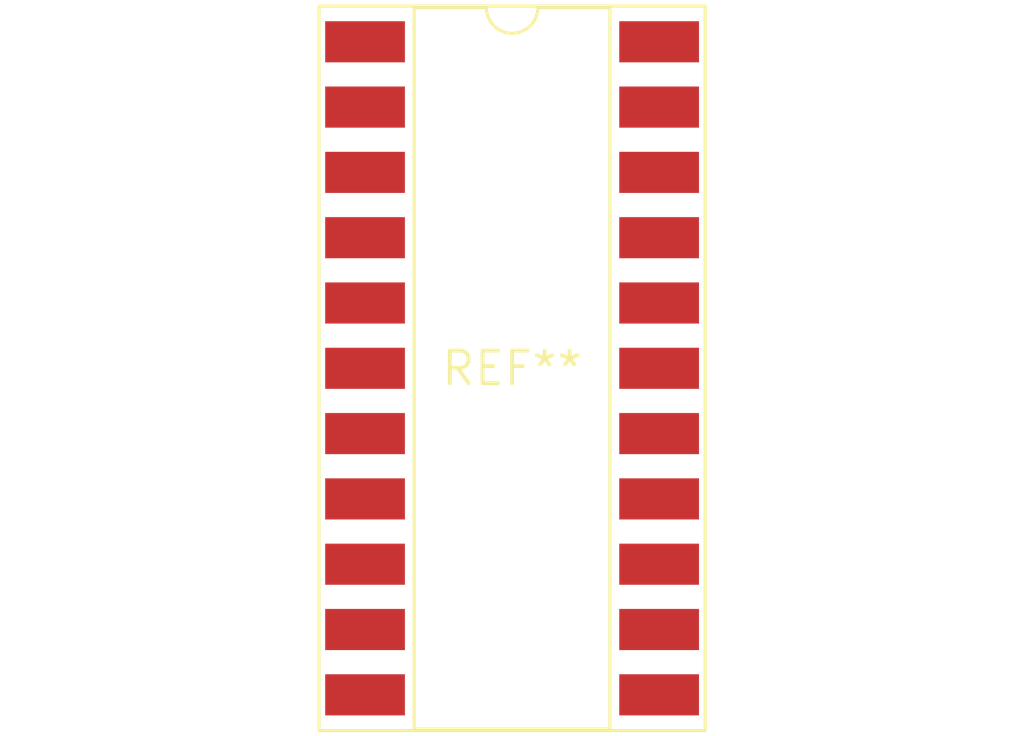
<source format=kicad_pcb>
(kicad_pcb (version 20240108) (generator pcbnew)
  (layers (0 "F.Cu" signal) (31 "B.Cu" signal) (34 "B.Paste" user) (35 "F.Paste" user) (36 "B.SilkS" user "B.Silkscreen") (37 "F.SilkS" user "F.Silkscreen") (38 "B.Mask" user) (39 "F.Mask" user) (44 "Edge.Cuts" user))
  (net 0 "")
  (footprint "DIP-22_W11.43mm_SMDSocket_LongPads" (layer "F.Cu") (at 0 0)
    (property "Reference" "REF**")
    (property "Value" "DIP-22_W11.43mm_SMDSocket_LongPads")
    (fp_line (start -7.505 -14.09) (end -7.505 14.09) (layer "F.SilkS") (stroke (width 0.12)))
    (fp_line (start -7.505 14.09) (end 7.505 14.09) (layer "F.SilkS") (stroke (width 0.12)))
    (fp_line (start -3.805 -14.03) (end -3.805 14.03) (layer "F.SilkS") (stroke (width 0.12)))
    (fp_line (start -3.805 14.03) (end 3.805 14.03) (layer "F.SilkS") (stroke (width 0.12)))
    (fp_line (start -1 -14.03) (end -3.805 -14.03) (layer "F.SilkS") (stroke (width 0.12)))
    (fp_line (start 3.805 -14.03) (end 1 -14.03) (layer "F.SilkS") (stroke (width 0.12)))
    (fp_line (start 3.805 14.03) (end 3.805 -14.03) (layer "F.SilkS") (stroke (width 0.12)))
    (fp_line (start 7.505 -14.09) (end -7.505 -14.09) (layer "F.SilkS") (stroke (width 0.12)))
    (fp_line (start 7.505 14.09) (end 7.505 -14.09) (layer "F.SilkS") (stroke (width 0.12)))
    (fp_arc (start 1 -14.03) (mid 0 -13.03) (end -1 -14.03) (layer "F.SilkS") (stroke (width 0.12)))
    (pad "1" smd rect (at -5.715 -12.7) (size 3.1 1.6) (layers "F.Cu" "F.Paste" "F.Mask"))
    (pad "2" smd rect (at -5.715 -10.16) (size 3.1 1.6) (layers "F.Cu" "F.Paste" "F.Mask"))
    (pad "3" smd rect (at -5.715 -7.62) (size 3.1 1.6) (layers "F.Cu" "F.Paste" "F.Mask"))
    (pad "4" smd rect (at -5.715 -5.08) (size 3.1 1.6) (layers "F.Cu" "F.Paste" "F.Mask"))
    (pad "5" smd rect (at -5.715 -2.54) (size 3.1 1.6) (layers "F.Cu" "F.Paste" "F.Mask"))
    (pad "6" smd rect (at -5.715 0) (size 3.1 1.6) (layers "F.Cu" "F.Paste" "F.Mask"))
    (pad "7" smd rect (at -5.715 2.54) (size 3.1 1.6) (layers "F.Cu" "F.Paste" "F.Mask"))
    (pad "8" smd rect (at -5.715 5.08) (size 3.1 1.6) (layers "F.Cu" "F.Paste" "F.Mask"))
    (pad "9" smd rect (at -5.715 7.62) (size 3.1 1.6) (layers "F.Cu" "F.Paste" "F.Mask"))
    (pad "10" smd rect (at -5.715 10.16) (size 3.1 1.6) (layers "F.Cu" "F.Paste" "F.Mask"))
    (pad "11" smd rect (at -5.715 12.7) (size 3.1 1.6) (layers "F.Cu" "F.Paste" "F.Mask"))
    (pad "12" smd rect (at 5.715 12.7) (size 3.1 1.6) (layers "F.Cu" "F.Paste" "F.Mask"))
    (pad "13" smd rect (at 5.715 10.16) (size 3.1 1.6) (layers "F.Cu" "F.Paste" "F.Mask"))
    (pad "14" smd rect (at 5.715 7.62) (size 3.1 1.6) (layers "F.Cu" "F.Paste" "F.Mask"))
    (pad "15" smd rect (at 5.715 5.08) (size 3.1 1.6) (layers "F.Cu" "F.Paste" "F.Mask"))
    (pad "16" smd rect (at 5.715 2.54) (size 3.1 1.6) (layers "F.Cu" "F.Paste" "F.Mask"))
    (pad "17" smd rect (at 5.715 0) (size 3.1 1.6) (layers "F.Cu" "F.Paste" "F.Mask"))
    (pad "18" smd rect (at 5.715 -2.54) (size 3.1 1.6) (layers "F.Cu" "F.Paste" "F.Mask"))
    (pad "19" smd rect (at 5.715 -5.08) (size 3.1 1.6) (layers "F.Cu" "F.Paste" "F.Mask"))
    (pad "20" smd rect (at 5.715 -7.62) (size 3.1 1.6) (layers "F.Cu" "F.Paste" "F.Mask"))
    (pad "21" smd rect (at 5.715 -10.16) (size 3.1 1.6) (layers "F.Cu" "F.Paste" "F.Mask"))
    (pad "22" smd rect (at 5.715 -12.7) (size 3.1 1.6) (layers "F.Cu" "F.Paste" "F.Mask"))
  )
)
</source>
